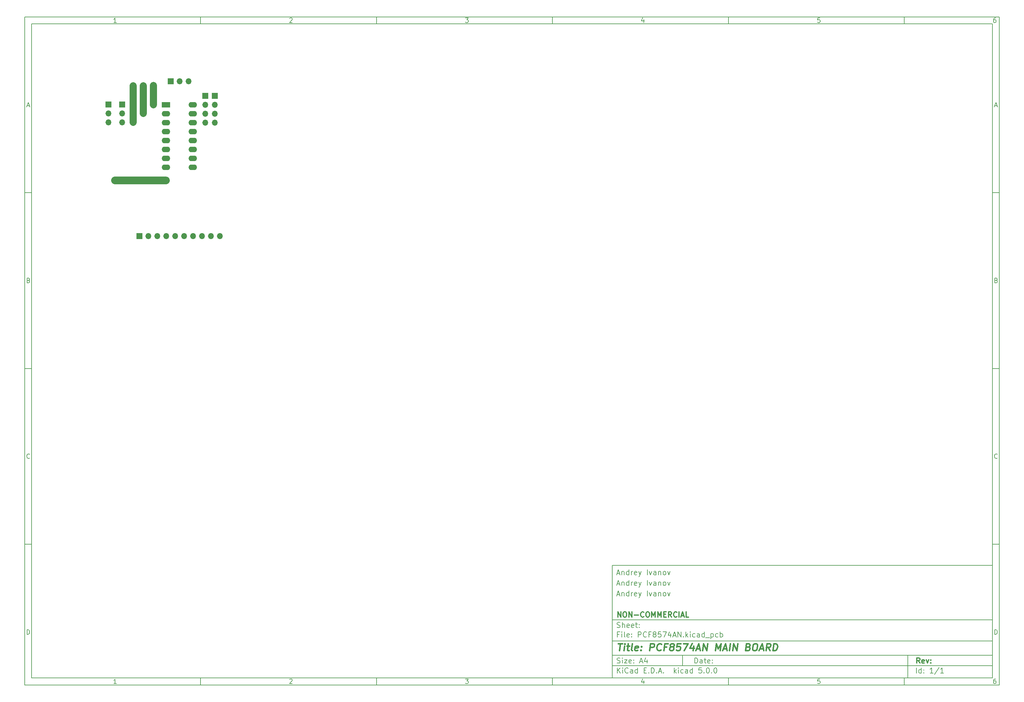
<source format=gbr>
G04 #@! TF.GenerationSoftware,KiCad,Pcbnew,5.0.0*
G04 #@! TF.CreationDate,2018-09-29T21:29:33+03:00*
G04 #@! TF.ProjectId,PCF8574AN,50434638353734414E2E6B696361645F,rev?*
G04 #@! TF.SameCoordinates,Original*
G04 #@! TF.FileFunction,Copper,L1,Top,Signal*
G04 #@! TF.FilePolarity,Positive*
%FSLAX46Y46*%
G04 Gerber Fmt 4.6, Leading zero omitted, Abs format (unit mm)*
G04 Created by KiCad (PCBNEW 5.0.0) date Sat Sep 29 21:29:33 2018*
%MOMM*%
%LPD*%
G01*
G04 APERTURE LIST*
%ADD10C,0.100000*%
%ADD11C,0.150000*%
%ADD12C,0.300000*%
%ADD13C,0.400000*%
G04 #@! TA.AperFunction,ComponentPad*
%ADD14O,1.700000X1.700000*%
G04 #@! TD*
G04 #@! TA.AperFunction,ComponentPad*
%ADD15R,1.700000X1.700000*%
G04 #@! TD*
G04 #@! TA.AperFunction,ComponentPad*
%ADD16R,2.400000X1.600000*%
G04 #@! TD*
G04 #@! TA.AperFunction,ComponentPad*
%ADD17O,2.400000X1.600000*%
G04 #@! TD*
G04 #@! TA.AperFunction,ViaPad*
%ADD18C,0.600000*%
G04 #@! TD*
G04 #@! TA.AperFunction,Conductor*
%ADD19C,2.200000*%
G04 #@! TD*
G04 #@! TA.AperFunction,Conductor*
%ADD20C,2.000000*%
G04 #@! TD*
G04 APERTURE END LIST*
D10*
D11*
X177002200Y-166007200D02*
X177002200Y-198007200D01*
X285002200Y-198007200D01*
X285002200Y-166007200D01*
X177002200Y-166007200D01*
D10*
D11*
X10000000Y-10000000D02*
X10000000Y-200007200D01*
X287002200Y-200007200D01*
X287002200Y-10000000D01*
X10000000Y-10000000D01*
D10*
D11*
X12000000Y-12000000D02*
X12000000Y-198007200D01*
X285002200Y-198007200D01*
X285002200Y-12000000D01*
X12000000Y-12000000D01*
D10*
D11*
X60000000Y-12000000D02*
X60000000Y-10000000D01*
D10*
D11*
X110000000Y-12000000D02*
X110000000Y-10000000D01*
D10*
D11*
X160000000Y-12000000D02*
X160000000Y-10000000D01*
D10*
D11*
X210000000Y-12000000D02*
X210000000Y-10000000D01*
D10*
D11*
X260000000Y-12000000D02*
X260000000Y-10000000D01*
D10*
D11*
X36065476Y-11588095D02*
X35322619Y-11588095D01*
X35694047Y-11588095D02*
X35694047Y-10288095D01*
X35570238Y-10473809D01*
X35446428Y-10597619D01*
X35322619Y-10659523D01*
D10*
D11*
X85322619Y-10411904D02*
X85384523Y-10350000D01*
X85508333Y-10288095D01*
X85817857Y-10288095D01*
X85941666Y-10350000D01*
X86003571Y-10411904D01*
X86065476Y-10535714D01*
X86065476Y-10659523D01*
X86003571Y-10845238D01*
X85260714Y-11588095D01*
X86065476Y-11588095D01*
D10*
D11*
X135260714Y-10288095D02*
X136065476Y-10288095D01*
X135632142Y-10783333D01*
X135817857Y-10783333D01*
X135941666Y-10845238D01*
X136003571Y-10907142D01*
X136065476Y-11030952D01*
X136065476Y-11340476D01*
X136003571Y-11464285D01*
X135941666Y-11526190D01*
X135817857Y-11588095D01*
X135446428Y-11588095D01*
X135322619Y-11526190D01*
X135260714Y-11464285D01*
D10*
D11*
X185941666Y-10721428D02*
X185941666Y-11588095D01*
X185632142Y-10226190D02*
X185322619Y-11154761D01*
X186127380Y-11154761D01*
D10*
D11*
X236003571Y-10288095D02*
X235384523Y-10288095D01*
X235322619Y-10907142D01*
X235384523Y-10845238D01*
X235508333Y-10783333D01*
X235817857Y-10783333D01*
X235941666Y-10845238D01*
X236003571Y-10907142D01*
X236065476Y-11030952D01*
X236065476Y-11340476D01*
X236003571Y-11464285D01*
X235941666Y-11526190D01*
X235817857Y-11588095D01*
X235508333Y-11588095D01*
X235384523Y-11526190D01*
X235322619Y-11464285D01*
D10*
D11*
X285941666Y-10288095D02*
X285694047Y-10288095D01*
X285570238Y-10350000D01*
X285508333Y-10411904D01*
X285384523Y-10597619D01*
X285322619Y-10845238D01*
X285322619Y-11340476D01*
X285384523Y-11464285D01*
X285446428Y-11526190D01*
X285570238Y-11588095D01*
X285817857Y-11588095D01*
X285941666Y-11526190D01*
X286003571Y-11464285D01*
X286065476Y-11340476D01*
X286065476Y-11030952D01*
X286003571Y-10907142D01*
X285941666Y-10845238D01*
X285817857Y-10783333D01*
X285570238Y-10783333D01*
X285446428Y-10845238D01*
X285384523Y-10907142D01*
X285322619Y-11030952D01*
D10*
D11*
X60000000Y-198007200D02*
X60000000Y-200007200D01*
D10*
D11*
X110000000Y-198007200D02*
X110000000Y-200007200D01*
D10*
D11*
X160000000Y-198007200D02*
X160000000Y-200007200D01*
D10*
D11*
X210000000Y-198007200D02*
X210000000Y-200007200D01*
D10*
D11*
X260000000Y-198007200D02*
X260000000Y-200007200D01*
D10*
D11*
X36065476Y-199595295D02*
X35322619Y-199595295D01*
X35694047Y-199595295D02*
X35694047Y-198295295D01*
X35570238Y-198481009D01*
X35446428Y-198604819D01*
X35322619Y-198666723D01*
D10*
D11*
X85322619Y-198419104D02*
X85384523Y-198357200D01*
X85508333Y-198295295D01*
X85817857Y-198295295D01*
X85941666Y-198357200D01*
X86003571Y-198419104D01*
X86065476Y-198542914D01*
X86065476Y-198666723D01*
X86003571Y-198852438D01*
X85260714Y-199595295D01*
X86065476Y-199595295D01*
D10*
D11*
X135260714Y-198295295D02*
X136065476Y-198295295D01*
X135632142Y-198790533D01*
X135817857Y-198790533D01*
X135941666Y-198852438D01*
X136003571Y-198914342D01*
X136065476Y-199038152D01*
X136065476Y-199347676D01*
X136003571Y-199471485D01*
X135941666Y-199533390D01*
X135817857Y-199595295D01*
X135446428Y-199595295D01*
X135322619Y-199533390D01*
X135260714Y-199471485D01*
D10*
D11*
X185941666Y-198728628D02*
X185941666Y-199595295D01*
X185632142Y-198233390D02*
X185322619Y-199161961D01*
X186127380Y-199161961D01*
D10*
D11*
X236003571Y-198295295D02*
X235384523Y-198295295D01*
X235322619Y-198914342D01*
X235384523Y-198852438D01*
X235508333Y-198790533D01*
X235817857Y-198790533D01*
X235941666Y-198852438D01*
X236003571Y-198914342D01*
X236065476Y-199038152D01*
X236065476Y-199347676D01*
X236003571Y-199471485D01*
X235941666Y-199533390D01*
X235817857Y-199595295D01*
X235508333Y-199595295D01*
X235384523Y-199533390D01*
X235322619Y-199471485D01*
D10*
D11*
X285941666Y-198295295D02*
X285694047Y-198295295D01*
X285570238Y-198357200D01*
X285508333Y-198419104D01*
X285384523Y-198604819D01*
X285322619Y-198852438D01*
X285322619Y-199347676D01*
X285384523Y-199471485D01*
X285446428Y-199533390D01*
X285570238Y-199595295D01*
X285817857Y-199595295D01*
X285941666Y-199533390D01*
X286003571Y-199471485D01*
X286065476Y-199347676D01*
X286065476Y-199038152D01*
X286003571Y-198914342D01*
X285941666Y-198852438D01*
X285817857Y-198790533D01*
X285570238Y-198790533D01*
X285446428Y-198852438D01*
X285384523Y-198914342D01*
X285322619Y-199038152D01*
D10*
D11*
X10000000Y-60000000D02*
X12000000Y-60000000D01*
D10*
D11*
X10000000Y-110000000D02*
X12000000Y-110000000D01*
D10*
D11*
X10000000Y-160000000D02*
X12000000Y-160000000D01*
D10*
D11*
X10690476Y-35216666D02*
X11309523Y-35216666D01*
X10566666Y-35588095D02*
X11000000Y-34288095D01*
X11433333Y-35588095D01*
D10*
D11*
X11092857Y-84907142D02*
X11278571Y-84969047D01*
X11340476Y-85030952D01*
X11402380Y-85154761D01*
X11402380Y-85340476D01*
X11340476Y-85464285D01*
X11278571Y-85526190D01*
X11154761Y-85588095D01*
X10659523Y-85588095D01*
X10659523Y-84288095D01*
X11092857Y-84288095D01*
X11216666Y-84350000D01*
X11278571Y-84411904D01*
X11340476Y-84535714D01*
X11340476Y-84659523D01*
X11278571Y-84783333D01*
X11216666Y-84845238D01*
X11092857Y-84907142D01*
X10659523Y-84907142D01*
D10*
D11*
X11402380Y-135464285D02*
X11340476Y-135526190D01*
X11154761Y-135588095D01*
X11030952Y-135588095D01*
X10845238Y-135526190D01*
X10721428Y-135402380D01*
X10659523Y-135278571D01*
X10597619Y-135030952D01*
X10597619Y-134845238D01*
X10659523Y-134597619D01*
X10721428Y-134473809D01*
X10845238Y-134350000D01*
X11030952Y-134288095D01*
X11154761Y-134288095D01*
X11340476Y-134350000D01*
X11402380Y-134411904D01*
D10*
D11*
X10659523Y-185588095D02*
X10659523Y-184288095D01*
X10969047Y-184288095D01*
X11154761Y-184350000D01*
X11278571Y-184473809D01*
X11340476Y-184597619D01*
X11402380Y-184845238D01*
X11402380Y-185030952D01*
X11340476Y-185278571D01*
X11278571Y-185402380D01*
X11154761Y-185526190D01*
X10969047Y-185588095D01*
X10659523Y-185588095D01*
D10*
D11*
X287002200Y-60000000D02*
X285002200Y-60000000D01*
D10*
D11*
X287002200Y-110000000D02*
X285002200Y-110000000D01*
D10*
D11*
X287002200Y-160000000D02*
X285002200Y-160000000D01*
D10*
D11*
X285692676Y-35216666D02*
X286311723Y-35216666D01*
X285568866Y-35588095D02*
X286002200Y-34288095D01*
X286435533Y-35588095D01*
D10*
D11*
X286095057Y-84907142D02*
X286280771Y-84969047D01*
X286342676Y-85030952D01*
X286404580Y-85154761D01*
X286404580Y-85340476D01*
X286342676Y-85464285D01*
X286280771Y-85526190D01*
X286156961Y-85588095D01*
X285661723Y-85588095D01*
X285661723Y-84288095D01*
X286095057Y-84288095D01*
X286218866Y-84350000D01*
X286280771Y-84411904D01*
X286342676Y-84535714D01*
X286342676Y-84659523D01*
X286280771Y-84783333D01*
X286218866Y-84845238D01*
X286095057Y-84907142D01*
X285661723Y-84907142D01*
D10*
D11*
X286404580Y-135464285D02*
X286342676Y-135526190D01*
X286156961Y-135588095D01*
X286033152Y-135588095D01*
X285847438Y-135526190D01*
X285723628Y-135402380D01*
X285661723Y-135278571D01*
X285599819Y-135030952D01*
X285599819Y-134845238D01*
X285661723Y-134597619D01*
X285723628Y-134473809D01*
X285847438Y-134350000D01*
X286033152Y-134288095D01*
X286156961Y-134288095D01*
X286342676Y-134350000D01*
X286404580Y-134411904D01*
D10*
D11*
X285661723Y-185588095D02*
X285661723Y-184288095D01*
X285971247Y-184288095D01*
X286156961Y-184350000D01*
X286280771Y-184473809D01*
X286342676Y-184597619D01*
X286404580Y-184845238D01*
X286404580Y-185030952D01*
X286342676Y-185278571D01*
X286280771Y-185402380D01*
X286156961Y-185526190D01*
X285971247Y-185588095D01*
X285661723Y-185588095D01*
D10*
D11*
X200434342Y-193785771D02*
X200434342Y-192285771D01*
X200791485Y-192285771D01*
X201005771Y-192357200D01*
X201148628Y-192500057D01*
X201220057Y-192642914D01*
X201291485Y-192928628D01*
X201291485Y-193142914D01*
X201220057Y-193428628D01*
X201148628Y-193571485D01*
X201005771Y-193714342D01*
X200791485Y-193785771D01*
X200434342Y-193785771D01*
X202577200Y-193785771D02*
X202577200Y-193000057D01*
X202505771Y-192857200D01*
X202362914Y-192785771D01*
X202077200Y-192785771D01*
X201934342Y-192857200D01*
X202577200Y-193714342D02*
X202434342Y-193785771D01*
X202077200Y-193785771D01*
X201934342Y-193714342D01*
X201862914Y-193571485D01*
X201862914Y-193428628D01*
X201934342Y-193285771D01*
X202077200Y-193214342D01*
X202434342Y-193214342D01*
X202577200Y-193142914D01*
X203077200Y-192785771D02*
X203648628Y-192785771D01*
X203291485Y-192285771D02*
X203291485Y-193571485D01*
X203362914Y-193714342D01*
X203505771Y-193785771D01*
X203648628Y-193785771D01*
X204720057Y-193714342D02*
X204577200Y-193785771D01*
X204291485Y-193785771D01*
X204148628Y-193714342D01*
X204077200Y-193571485D01*
X204077200Y-193000057D01*
X204148628Y-192857200D01*
X204291485Y-192785771D01*
X204577200Y-192785771D01*
X204720057Y-192857200D01*
X204791485Y-193000057D01*
X204791485Y-193142914D01*
X204077200Y-193285771D01*
X205434342Y-193642914D02*
X205505771Y-193714342D01*
X205434342Y-193785771D01*
X205362914Y-193714342D01*
X205434342Y-193642914D01*
X205434342Y-193785771D01*
X205434342Y-192857200D02*
X205505771Y-192928628D01*
X205434342Y-193000057D01*
X205362914Y-192928628D01*
X205434342Y-192857200D01*
X205434342Y-193000057D01*
D10*
D11*
X177002200Y-194507200D02*
X285002200Y-194507200D01*
D10*
D11*
X178434342Y-196585771D02*
X178434342Y-195085771D01*
X179291485Y-196585771D02*
X178648628Y-195728628D01*
X179291485Y-195085771D02*
X178434342Y-195942914D01*
X179934342Y-196585771D02*
X179934342Y-195585771D01*
X179934342Y-195085771D02*
X179862914Y-195157200D01*
X179934342Y-195228628D01*
X180005771Y-195157200D01*
X179934342Y-195085771D01*
X179934342Y-195228628D01*
X181505771Y-196442914D02*
X181434342Y-196514342D01*
X181220057Y-196585771D01*
X181077200Y-196585771D01*
X180862914Y-196514342D01*
X180720057Y-196371485D01*
X180648628Y-196228628D01*
X180577200Y-195942914D01*
X180577200Y-195728628D01*
X180648628Y-195442914D01*
X180720057Y-195300057D01*
X180862914Y-195157200D01*
X181077200Y-195085771D01*
X181220057Y-195085771D01*
X181434342Y-195157200D01*
X181505771Y-195228628D01*
X182791485Y-196585771D02*
X182791485Y-195800057D01*
X182720057Y-195657200D01*
X182577200Y-195585771D01*
X182291485Y-195585771D01*
X182148628Y-195657200D01*
X182791485Y-196514342D02*
X182648628Y-196585771D01*
X182291485Y-196585771D01*
X182148628Y-196514342D01*
X182077200Y-196371485D01*
X182077200Y-196228628D01*
X182148628Y-196085771D01*
X182291485Y-196014342D01*
X182648628Y-196014342D01*
X182791485Y-195942914D01*
X184148628Y-196585771D02*
X184148628Y-195085771D01*
X184148628Y-196514342D02*
X184005771Y-196585771D01*
X183720057Y-196585771D01*
X183577200Y-196514342D01*
X183505771Y-196442914D01*
X183434342Y-196300057D01*
X183434342Y-195871485D01*
X183505771Y-195728628D01*
X183577200Y-195657200D01*
X183720057Y-195585771D01*
X184005771Y-195585771D01*
X184148628Y-195657200D01*
X186005771Y-195800057D02*
X186505771Y-195800057D01*
X186720057Y-196585771D02*
X186005771Y-196585771D01*
X186005771Y-195085771D01*
X186720057Y-195085771D01*
X187362914Y-196442914D02*
X187434342Y-196514342D01*
X187362914Y-196585771D01*
X187291485Y-196514342D01*
X187362914Y-196442914D01*
X187362914Y-196585771D01*
X188077200Y-196585771D02*
X188077200Y-195085771D01*
X188434342Y-195085771D01*
X188648628Y-195157200D01*
X188791485Y-195300057D01*
X188862914Y-195442914D01*
X188934342Y-195728628D01*
X188934342Y-195942914D01*
X188862914Y-196228628D01*
X188791485Y-196371485D01*
X188648628Y-196514342D01*
X188434342Y-196585771D01*
X188077200Y-196585771D01*
X189577200Y-196442914D02*
X189648628Y-196514342D01*
X189577200Y-196585771D01*
X189505771Y-196514342D01*
X189577200Y-196442914D01*
X189577200Y-196585771D01*
X190220057Y-196157200D02*
X190934342Y-196157200D01*
X190077200Y-196585771D02*
X190577200Y-195085771D01*
X191077200Y-196585771D01*
X191577200Y-196442914D02*
X191648628Y-196514342D01*
X191577200Y-196585771D01*
X191505771Y-196514342D01*
X191577200Y-196442914D01*
X191577200Y-196585771D01*
X194577200Y-196585771D02*
X194577200Y-195085771D01*
X194720057Y-196014342D02*
X195148628Y-196585771D01*
X195148628Y-195585771D02*
X194577200Y-196157200D01*
X195791485Y-196585771D02*
X195791485Y-195585771D01*
X195791485Y-195085771D02*
X195720057Y-195157200D01*
X195791485Y-195228628D01*
X195862914Y-195157200D01*
X195791485Y-195085771D01*
X195791485Y-195228628D01*
X197148628Y-196514342D02*
X197005771Y-196585771D01*
X196720057Y-196585771D01*
X196577200Y-196514342D01*
X196505771Y-196442914D01*
X196434342Y-196300057D01*
X196434342Y-195871485D01*
X196505771Y-195728628D01*
X196577200Y-195657200D01*
X196720057Y-195585771D01*
X197005771Y-195585771D01*
X197148628Y-195657200D01*
X198434342Y-196585771D02*
X198434342Y-195800057D01*
X198362914Y-195657200D01*
X198220057Y-195585771D01*
X197934342Y-195585771D01*
X197791485Y-195657200D01*
X198434342Y-196514342D02*
X198291485Y-196585771D01*
X197934342Y-196585771D01*
X197791485Y-196514342D01*
X197720057Y-196371485D01*
X197720057Y-196228628D01*
X197791485Y-196085771D01*
X197934342Y-196014342D01*
X198291485Y-196014342D01*
X198434342Y-195942914D01*
X199791485Y-196585771D02*
X199791485Y-195085771D01*
X199791485Y-196514342D02*
X199648628Y-196585771D01*
X199362914Y-196585771D01*
X199220057Y-196514342D01*
X199148628Y-196442914D01*
X199077200Y-196300057D01*
X199077200Y-195871485D01*
X199148628Y-195728628D01*
X199220057Y-195657200D01*
X199362914Y-195585771D01*
X199648628Y-195585771D01*
X199791485Y-195657200D01*
X202362914Y-195085771D02*
X201648628Y-195085771D01*
X201577200Y-195800057D01*
X201648628Y-195728628D01*
X201791485Y-195657200D01*
X202148628Y-195657200D01*
X202291485Y-195728628D01*
X202362914Y-195800057D01*
X202434342Y-195942914D01*
X202434342Y-196300057D01*
X202362914Y-196442914D01*
X202291485Y-196514342D01*
X202148628Y-196585771D01*
X201791485Y-196585771D01*
X201648628Y-196514342D01*
X201577200Y-196442914D01*
X203077200Y-196442914D02*
X203148628Y-196514342D01*
X203077200Y-196585771D01*
X203005771Y-196514342D01*
X203077200Y-196442914D01*
X203077200Y-196585771D01*
X204077200Y-195085771D02*
X204220057Y-195085771D01*
X204362914Y-195157200D01*
X204434342Y-195228628D01*
X204505771Y-195371485D01*
X204577200Y-195657200D01*
X204577200Y-196014342D01*
X204505771Y-196300057D01*
X204434342Y-196442914D01*
X204362914Y-196514342D01*
X204220057Y-196585771D01*
X204077200Y-196585771D01*
X203934342Y-196514342D01*
X203862914Y-196442914D01*
X203791485Y-196300057D01*
X203720057Y-196014342D01*
X203720057Y-195657200D01*
X203791485Y-195371485D01*
X203862914Y-195228628D01*
X203934342Y-195157200D01*
X204077200Y-195085771D01*
X205220057Y-196442914D02*
X205291485Y-196514342D01*
X205220057Y-196585771D01*
X205148628Y-196514342D01*
X205220057Y-196442914D01*
X205220057Y-196585771D01*
X206220057Y-195085771D02*
X206362914Y-195085771D01*
X206505771Y-195157200D01*
X206577200Y-195228628D01*
X206648628Y-195371485D01*
X206720057Y-195657200D01*
X206720057Y-196014342D01*
X206648628Y-196300057D01*
X206577200Y-196442914D01*
X206505771Y-196514342D01*
X206362914Y-196585771D01*
X206220057Y-196585771D01*
X206077200Y-196514342D01*
X206005771Y-196442914D01*
X205934342Y-196300057D01*
X205862914Y-196014342D01*
X205862914Y-195657200D01*
X205934342Y-195371485D01*
X206005771Y-195228628D01*
X206077200Y-195157200D01*
X206220057Y-195085771D01*
D10*
D11*
X177002200Y-191507200D02*
X285002200Y-191507200D01*
D10*
D12*
X264411485Y-193785771D02*
X263911485Y-193071485D01*
X263554342Y-193785771D02*
X263554342Y-192285771D01*
X264125771Y-192285771D01*
X264268628Y-192357200D01*
X264340057Y-192428628D01*
X264411485Y-192571485D01*
X264411485Y-192785771D01*
X264340057Y-192928628D01*
X264268628Y-193000057D01*
X264125771Y-193071485D01*
X263554342Y-193071485D01*
X265625771Y-193714342D02*
X265482914Y-193785771D01*
X265197200Y-193785771D01*
X265054342Y-193714342D01*
X264982914Y-193571485D01*
X264982914Y-193000057D01*
X265054342Y-192857200D01*
X265197200Y-192785771D01*
X265482914Y-192785771D01*
X265625771Y-192857200D01*
X265697200Y-193000057D01*
X265697200Y-193142914D01*
X264982914Y-193285771D01*
X266197200Y-192785771D02*
X266554342Y-193785771D01*
X266911485Y-192785771D01*
X267482914Y-193642914D02*
X267554342Y-193714342D01*
X267482914Y-193785771D01*
X267411485Y-193714342D01*
X267482914Y-193642914D01*
X267482914Y-193785771D01*
X267482914Y-192857200D02*
X267554342Y-192928628D01*
X267482914Y-193000057D01*
X267411485Y-192928628D01*
X267482914Y-192857200D01*
X267482914Y-193000057D01*
D10*
D11*
X178362914Y-193714342D02*
X178577200Y-193785771D01*
X178934342Y-193785771D01*
X179077200Y-193714342D01*
X179148628Y-193642914D01*
X179220057Y-193500057D01*
X179220057Y-193357200D01*
X179148628Y-193214342D01*
X179077200Y-193142914D01*
X178934342Y-193071485D01*
X178648628Y-193000057D01*
X178505771Y-192928628D01*
X178434342Y-192857200D01*
X178362914Y-192714342D01*
X178362914Y-192571485D01*
X178434342Y-192428628D01*
X178505771Y-192357200D01*
X178648628Y-192285771D01*
X179005771Y-192285771D01*
X179220057Y-192357200D01*
X179862914Y-193785771D02*
X179862914Y-192785771D01*
X179862914Y-192285771D02*
X179791485Y-192357200D01*
X179862914Y-192428628D01*
X179934342Y-192357200D01*
X179862914Y-192285771D01*
X179862914Y-192428628D01*
X180434342Y-192785771D02*
X181220057Y-192785771D01*
X180434342Y-193785771D01*
X181220057Y-193785771D01*
X182362914Y-193714342D02*
X182220057Y-193785771D01*
X181934342Y-193785771D01*
X181791485Y-193714342D01*
X181720057Y-193571485D01*
X181720057Y-193000057D01*
X181791485Y-192857200D01*
X181934342Y-192785771D01*
X182220057Y-192785771D01*
X182362914Y-192857200D01*
X182434342Y-193000057D01*
X182434342Y-193142914D01*
X181720057Y-193285771D01*
X183077200Y-193642914D02*
X183148628Y-193714342D01*
X183077200Y-193785771D01*
X183005771Y-193714342D01*
X183077200Y-193642914D01*
X183077200Y-193785771D01*
X183077200Y-192857200D02*
X183148628Y-192928628D01*
X183077200Y-193000057D01*
X183005771Y-192928628D01*
X183077200Y-192857200D01*
X183077200Y-193000057D01*
X184862914Y-193357200D02*
X185577200Y-193357200D01*
X184720057Y-193785771D02*
X185220057Y-192285771D01*
X185720057Y-193785771D01*
X186862914Y-192785771D02*
X186862914Y-193785771D01*
X186505771Y-192214342D02*
X186148628Y-193285771D01*
X187077200Y-193285771D01*
D10*
D11*
X263434342Y-196585771D02*
X263434342Y-195085771D01*
X264791485Y-196585771D02*
X264791485Y-195085771D01*
X264791485Y-196514342D02*
X264648628Y-196585771D01*
X264362914Y-196585771D01*
X264220057Y-196514342D01*
X264148628Y-196442914D01*
X264077200Y-196300057D01*
X264077200Y-195871485D01*
X264148628Y-195728628D01*
X264220057Y-195657200D01*
X264362914Y-195585771D01*
X264648628Y-195585771D01*
X264791485Y-195657200D01*
X265505771Y-196442914D02*
X265577200Y-196514342D01*
X265505771Y-196585771D01*
X265434342Y-196514342D01*
X265505771Y-196442914D01*
X265505771Y-196585771D01*
X265505771Y-195657200D02*
X265577200Y-195728628D01*
X265505771Y-195800057D01*
X265434342Y-195728628D01*
X265505771Y-195657200D01*
X265505771Y-195800057D01*
X268148628Y-196585771D02*
X267291485Y-196585771D01*
X267720057Y-196585771D02*
X267720057Y-195085771D01*
X267577200Y-195300057D01*
X267434342Y-195442914D01*
X267291485Y-195514342D01*
X269862914Y-195014342D02*
X268577200Y-196942914D01*
X271148628Y-196585771D02*
X270291485Y-196585771D01*
X270720057Y-196585771D02*
X270720057Y-195085771D01*
X270577200Y-195300057D01*
X270434342Y-195442914D01*
X270291485Y-195514342D01*
D10*
D11*
X177002200Y-187507200D02*
X285002200Y-187507200D01*
D10*
D13*
X178714580Y-188211961D02*
X179857438Y-188211961D01*
X179036009Y-190211961D02*
X179286009Y-188211961D01*
X180274104Y-190211961D02*
X180440771Y-188878628D01*
X180524104Y-188211961D02*
X180416961Y-188307200D01*
X180500295Y-188402438D01*
X180607438Y-188307200D01*
X180524104Y-188211961D01*
X180500295Y-188402438D01*
X181107438Y-188878628D02*
X181869342Y-188878628D01*
X181476485Y-188211961D02*
X181262200Y-189926247D01*
X181333628Y-190116723D01*
X181512200Y-190211961D01*
X181702676Y-190211961D01*
X182655057Y-190211961D02*
X182476485Y-190116723D01*
X182405057Y-189926247D01*
X182619342Y-188211961D01*
X184190771Y-190116723D02*
X183988390Y-190211961D01*
X183607438Y-190211961D01*
X183428866Y-190116723D01*
X183357438Y-189926247D01*
X183452676Y-189164342D01*
X183571723Y-188973866D01*
X183774104Y-188878628D01*
X184155057Y-188878628D01*
X184333628Y-188973866D01*
X184405057Y-189164342D01*
X184381247Y-189354819D01*
X183405057Y-189545295D01*
X185155057Y-190021485D02*
X185238390Y-190116723D01*
X185131247Y-190211961D01*
X185047914Y-190116723D01*
X185155057Y-190021485D01*
X185131247Y-190211961D01*
X185286009Y-188973866D02*
X185369342Y-189069104D01*
X185262200Y-189164342D01*
X185178866Y-189069104D01*
X185286009Y-188973866D01*
X185262200Y-189164342D01*
X187607438Y-190211961D02*
X187857438Y-188211961D01*
X188619342Y-188211961D01*
X188797914Y-188307200D01*
X188881247Y-188402438D01*
X188952676Y-188592914D01*
X188916961Y-188878628D01*
X188797914Y-189069104D01*
X188690771Y-189164342D01*
X188488390Y-189259580D01*
X187726485Y-189259580D01*
X190774104Y-190021485D02*
X190666961Y-190116723D01*
X190369342Y-190211961D01*
X190178866Y-190211961D01*
X189905057Y-190116723D01*
X189738390Y-189926247D01*
X189666961Y-189735771D01*
X189619342Y-189354819D01*
X189655057Y-189069104D01*
X189797914Y-188688152D01*
X189916961Y-188497676D01*
X190131247Y-188307200D01*
X190428866Y-188211961D01*
X190619342Y-188211961D01*
X190893152Y-188307200D01*
X190976485Y-188402438D01*
X192405057Y-189164342D02*
X191738390Y-189164342D01*
X191607438Y-190211961D02*
X191857438Y-188211961D01*
X192809819Y-188211961D01*
X193750295Y-189069104D02*
X193571723Y-188973866D01*
X193488390Y-188878628D01*
X193416961Y-188688152D01*
X193428866Y-188592914D01*
X193547914Y-188402438D01*
X193655057Y-188307200D01*
X193857438Y-188211961D01*
X194238390Y-188211961D01*
X194416961Y-188307200D01*
X194500295Y-188402438D01*
X194571723Y-188592914D01*
X194559819Y-188688152D01*
X194440771Y-188878628D01*
X194333628Y-188973866D01*
X194131247Y-189069104D01*
X193750295Y-189069104D01*
X193547914Y-189164342D01*
X193440771Y-189259580D01*
X193321723Y-189450057D01*
X193274104Y-189831009D01*
X193345533Y-190021485D01*
X193428866Y-190116723D01*
X193607438Y-190211961D01*
X193988390Y-190211961D01*
X194190771Y-190116723D01*
X194297914Y-190021485D01*
X194416961Y-189831009D01*
X194464580Y-189450057D01*
X194393152Y-189259580D01*
X194309819Y-189164342D01*
X194131247Y-189069104D01*
X196428866Y-188211961D02*
X195476485Y-188211961D01*
X195262200Y-189164342D01*
X195369342Y-189069104D01*
X195571723Y-188973866D01*
X196047914Y-188973866D01*
X196226485Y-189069104D01*
X196309819Y-189164342D01*
X196381247Y-189354819D01*
X196321723Y-189831009D01*
X196202676Y-190021485D01*
X196095533Y-190116723D01*
X195893152Y-190211961D01*
X195416961Y-190211961D01*
X195238390Y-190116723D01*
X195155057Y-190021485D01*
X197190771Y-188211961D02*
X198524104Y-188211961D01*
X197416961Y-190211961D01*
X200059819Y-188878628D02*
X199893152Y-190211961D01*
X199678866Y-188116723D02*
X199024104Y-189545295D01*
X200262200Y-189545295D01*
X200916961Y-189640533D02*
X201869342Y-189640533D01*
X200655057Y-190211961D02*
X201571723Y-188211961D01*
X201988390Y-190211961D01*
X202655057Y-190211961D02*
X202905057Y-188211961D01*
X203797914Y-190211961D01*
X204047914Y-188211961D01*
X206274104Y-190211961D02*
X206524104Y-188211961D01*
X207012200Y-189640533D01*
X207857438Y-188211961D01*
X207607438Y-190211961D01*
X208536009Y-189640533D02*
X209488390Y-189640533D01*
X208274104Y-190211961D02*
X209190771Y-188211961D01*
X209607438Y-190211961D01*
X210274104Y-190211961D02*
X210524104Y-188211961D01*
X211226485Y-190211961D02*
X211476485Y-188211961D01*
X212369342Y-190211961D01*
X212619342Y-188211961D01*
X215643152Y-189164342D02*
X215916961Y-189259580D01*
X216000295Y-189354819D01*
X216071723Y-189545295D01*
X216036009Y-189831009D01*
X215916961Y-190021485D01*
X215809819Y-190116723D01*
X215607438Y-190211961D01*
X214845533Y-190211961D01*
X215095533Y-188211961D01*
X215762200Y-188211961D01*
X215940771Y-188307200D01*
X216024104Y-188402438D01*
X216095533Y-188592914D01*
X216071723Y-188783390D01*
X215952676Y-188973866D01*
X215845533Y-189069104D01*
X215643152Y-189164342D01*
X214976485Y-189164342D01*
X217476485Y-188211961D02*
X217857438Y-188211961D01*
X218036009Y-188307200D01*
X218202676Y-188497676D01*
X218250295Y-188878628D01*
X218166961Y-189545295D01*
X218024104Y-189926247D01*
X217809819Y-190116723D01*
X217607438Y-190211961D01*
X217226485Y-190211961D01*
X217047914Y-190116723D01*
X216881247Y-189926247D01*
X216833628Y-189545295D01*
X216916961Y-188878628D01*
X217059819Y-188497676D01*
X217274104Y-188307200D01*
X217476485Y-188211961D01*
X218916961Y-189640533D02*
X219869342Y-189640533D01*
X218655057Y-190211961D02*
X219571723Y-188211961D01*
X219988390Y-190211961D01*
X221797914Y-190211961D02*
X221250295Y-189259580D01*
X220655057Y-190211961D02*
X220905057Y-188211961D01*
X221666961Y-188211961D01*
X221845533Y-188307200D01*
X221928866Y-188402438D01*
X222000295Y-188592914D01*
X221964580Y-188878628D01*
X221845533Y-189069104D01*
X221738390Y-189164342D01*
X221536009Y-189259580D01*
X220774104Y-189259580D01*
X222655057Y-190211961D02*
X222905057Y-188211961D01*
X223381247Y-188211961D01*
X223655057Y-188307200D01*
X223821723Y-188497676D01*
X223893152Y-188688152D01*
X223940771Y-189069104D01*
X223905057Y-189354819D01*
X223762200Y-189735771D01*
X223643152Y-189926247D01*
X223428866Y-190116723D01*
X223131247Y-190211961D01*
X222655057Y-190211961D01*
D10*
D11*
X178934342Y-185600057D02*
X178434342Y-185600057D01*
X178434342Y-186385771D02*
X178434342Y-184885771D01*
X179148628Y-184885771D01*
X179720057Y-186385771D02*
X179720057Y-185385771D01*
X179720057Y-184885771D02*
X179648628Y-184957200D01*
X179720057Y-185028628D01*
X179791485Y-184957200D01*
X179720057Y-184885771D01*
X179720057Y-185028628D01*
X180648628Y-186385771D02*
X180505771Y-186314342D01*
X180434342Y-186171485D01*
X180434342Y-184885771D01*
X181791485Y-186314342D02*
X181648628Y-186385771D01*
X181362914Y-186385771D01*
X181220057Y-186314342D01*
X181148628Y-186171485D01*
X181148628Y-185600057D01*
X181220057Y-185457200D01*
X181362914Y-185385771D01*
X181648628Y-185385771D01*
X181791485Y-185457200D01*
X181862914Y-185600057D01*
X181862914Y-185742914D01*
X181148628Y-185885771D01*
X182505771Y-186242914D02*
X182577200Y-186314342D01*
X182505771Y-186385771D01*
X182434342Y-186314342D01*
X182505771Y-186242914D01*
X182505771Y-186385771D01*
X182505771Y-185457200D02*
X182577200Y-185528628D01*
X182505771Y-185600057D01*
X182434342Y-185528628D01*
X182505771Y-185457200D01*
X182505771Y-185600057D01*
X184362914Y-186385771D02*
X184362914Y-184885771D01*
X184934342Y-184885771D01*
X185077200Y-184957200D01*
X185148628Y-185028628D01*
X185220057Y-185171485D01*
X185220057Y-185385771D01*
X185148628Y-185528628D01*
X185077200Y-185600057D01*
X184934342Y-185671485D01*
X184362914Y-185671485D01*
X186720057Y-186242914D02*
X186648628Y-186314342D01*
X186434342Y-186385771D01*
X186291485Y-186385771D01*
X186077200Y-186314342D01*
X185934342Y-186171485D01*
X185862914Y-186028628D01*
X185791485Y-185742914D01*
X185791485Y-185528628D01*
X185862914Y-185242914D01*
X185934342Y-185100057D01*
X186077200Y-184957200D01*
X186291485Y-184885771D01*
X186434342Y-184885771D01*
X186648628Y-184957200D01*
X186720057Y-185028628D01*
X187862914Y-185600057D02*
X187362914Y-185600057D01*
X187362914Y-186385771D02*
X187362914Y-184885771D01*
X188077200Y-184885771D01*
X188862914Y-185528628D02*
X188720057Y-185457200D01*
X188648628Y-185385771D01*
X188577200Y-185242914D01*
X188577200Y-185171485D01*
X188648628Y-185028628D01*
X188720057Y-184957200D01*
X188862914Y-184885771D01*
X189148628Y-184885771D01*
X189291485Y-184957200D01*
X189362914Y-185028628D01*
X189434342Y-185171485D01*
X189434342Y-185242914D01*
X189362914Y-185385771D01*
X189291485Y-185457200D01*
X189148628Y-185528628D01*
X188862914Y-185528628D01*
X188720057Y-185600057D01*
X188648628Y-185671485D01*
X188577200Y-185814342D01*
X188577200Y-186100057D01*
X188648628Y-186242914D01*
X188720057Y-186314342D01*
X188862914Y-186385771D01*
X189148628Y-186385771D01*
X189291485Y-186314342D01*
X189362914Y-186242914D01*
X189434342Y-186100057D01*
X189434342Y-185814342D01*
X189362914Y-185671485D01*
X189291485Y-185600057D01*
X189148628Y-185528628D01*
X190791485Y-184885771D02*
X190077200Y-184885771D01*
X190005771Y-185600057D01*
X190077200Y-185528628D01*
X190220057Y-185457200D01*
X190577200Y-185457200D01*
X190720057Y-185528628D01*
X190791485Y-185600057D01*
X190862914Y-185742914D01*
X190862914Y-186100057D01*
X190791485Y-186242914D01*
X190720057Y-186314342D01*
X190577200Y-186385771D01*
X190220057Y-186385771D01*
X190077200Y-186314342D01*
X190005771Y-186242914D01*
X191362914Y-184885771D02*
X192362914Y-184885771D01*
X191720057Y-186385771D01*
X193577200Y-185385771D02*
X193577200Y-186385771D01*
X193220057Y-184814342D02*
X192862914Y-185885771D01*
X193791485Y-185885771D01*
X194291485Y-185957200D02*
X195005771Y-185957200D01*
X194148628Y-186385771D02*
X194648628Y-184885771D01*
X195148628Y-186385771D01*
X195648628Y-186385771D02*
X195648628Y-184885771D01*
X196505771Y-186385771D01*
X196505771Y-184885771D01*
X197220057Y-186242914D02*
X197291485Y-186314342D01*
X197220057Y-186385771D01*
X197148628Y-186314342D01*
X197220057Y-186242914D01*
X197220057Y-186385771D01*
X197934342Y-186385771D02*
X197934342Y-184885771D01*
X198077200Y-185814342D02*
X198505771Y-186385771D01*
X198505771Y-185385771D02*
X197934342Y-185957200D01*
X199148628Y-186385771D02*
X199148628Y-185385771D01*
X199148628Y-184885771D02*
X199077200Y-184957200D01*
X199148628Y-185028628D01*
X199220057Y-184957200D01*
X199148628Y-184885771D01*
X199148628Y-185028628D01*
X200505771Y-186314342D02*
X200362914Y-186385771D01*
X200077200Y-186385771D01*
X199934342Y-186314342D01*
X199862914Y-186242914D01*
X199791485Y-186100057D01*
X199791485Y-185671485D01*
X199862914Y-185528628D01*
X199934342Y-185457200D01*
X200077200Y-185385771D01*
X200362914Y-185385771D01*
X200505771Y-185457200D01*
X201791485Y-186385771D02*
X201791485Y-185600057D01*
X201720057Y-185457200D01*
X201577200Y-185385771D01*
X201291485Y-185385771D01*
X201148628Y-185457200D01*
X201791485Y-186314342D02*
X201648628Y-186385771D01*
X201291485Y-186385771D01*
X201148628Y-186314342D01*
X201077200Y-186171485D01*
X201077200Y-186028628D01*
X201148628Y-185885771D01*
X201291485Y-185814342D01*
X201648628Y-185814342D01*
X201791485Y-185742914D01*
X203148628Y-186385771D02*
X203148628Y-184885771D01*
X203148628Y-186314342D02*
X203005771Y-186385771D01*
X202720057Y-186385771D01*
X202577200Y-186314342D01*
X202505771Y-186242914D01*
X202434342Y-186100057D01*
X202434342Y-185671485D01*
X202505771Y-185528628D01*
X202577200Y-185457200D01*
X202720057Y-185385771D01*
X203005771Y-185385771D01*
X203148628Y-185457200D01*
X203505771Y-186528628D02*
X204648628Y-186528628D01*
X205005771Y-185385771D02*
X205005771Y-186885771D01*
X205005771Y-185457200D02*
X205148628Y-185385771D01*
X205434342Y-185385771D01*
X205577200Y-185457200D01*
X205648628Y-185528628D01*
X205720057Y-185671485D01*
X205720057Y-186100057D01*
X205648628Y-186242914D01*
X205577200Y-186314342D01*
X205434342Y-186385771D01*
X205148628Y-186385771D01*
X205005771Y-186314342D01*
X207005771Y-186314342D02*
X206862914Y-186385771D01*
X206577200Y-186385771D01*
X206434342Y-186314342D01*
X206362914Y-186242914D01*
X206291485Y-186100057D01*
X206291485Y-185671485D01*
X206362914Y-185528628D01*
X206434342Y-185457200D01*
X206577200Y-185385771D01*
X206862914Y-185385771D01*
X207005771Y-185457200D01*
X207648628Y-186385771D02*
X207648628Y-184885771D01*
X207648628Y-185457200D02*
X207791485Y-185385771D01*
X208077200Y-185385771D01*
X208220057Y-185457200D01*
X208291485Y-185528628D01*
X208362914Y-185671485D01*
X208362914Y-186100057D01*
X208291485Y-186242914D01*
X208220057Y-186314342D01*
X208077200Y-186385771D01*
X207791485Y-186385771D01*
X207648628Y-186314342D01*
D10*
D11*
X177002200Y-181507200D02*
X285002200Y-181507200D01*
D10*
D11*
X178362914Y-183614342D02*
X178577200Y-183685771D01*
X178934342Y-183685771D01*
X179077200Y-183614342D01*
X179148628Y-183542914D01*
X179220057Y-183400057D01*
X179220057Y-183257200D01*
X179148628Y-183114342D01*
X179077200Y-183042914D01*
X178934342Y-182971485D01*
X178648628Y-182900057D01*
X178505771Y-182828628D01*
X178434342Y-182757200D01*
X178362914Y-182614342D01*
X178362914Y-182471485D01*
X178434342Y-182328628D01*
X178505771Y-182257200D01*
X178648628Y-182185771D01*
X179005771Y-182185771D01*
X179220057Y-182257200D01*
X179862914Y-183685771D02*
X179862914Y-182185771D01*
X180505771Y-183685771D02*
X180505771Y-182900057D01*
X180434342Y-182757200D01*
X180291485Y-182685771D01*
X180077200Y-182685771D01*
X179934342Y-182757200D01*
X179862914Y-182828628D01*
X181791485Y-183614342D02*
X181648628Y-183685771D01*
X181362914Y-183685771D01*
X181220057Y-183614342D01*
X181148628Y-183471485D01*
X181148628Y-182900057D01*
X181220057Y-182757200D01*
X181362914Y-182685771D01*
X181648628Y-182685771D01*
X181791485Y-182757200D01*
X181862914Y-182900057D01*
X181862914Y-183042914D01*
X181148628Y-183185771D01*
X183077200Y-183614342D02*
X182934342Y-183685771D01*
X182648628Y-183685771D01*
X182505771Y-183614342D01*
X182434342Y-183471485D01*
X182434342Y-182900057D01*
X182505771Y-182757200D01*
X182648628Y-182685771D01*
X182934342Y-182685771D01*
X183077200Y-182757200D01*
X183148628Y-182900057D01*
X183148628Y-183042914D01*
X182434342Y-183185771D01*
X183577200Y-182685771D02*
X184148628Y-182685771D01*
X183791485Y-182185771D02*
X183791485Y-183471485D01*
X183862914Y-183614342D01*
X184005771Y-183685771D01*
X184148628Y-183685771D01*
X184648628Y-183542914D02*
X184720057Y-183614342D01*
X184648628Y-183685771D01*
X184577200Y-183614342D01*
X184648628Y-183542914D01*
X184648628Y-183685771D01*
X184648628Y-182757200D02*
X184720057Y-182828628D01*
X184648628Y-182900057D01*
X184577200Y-182828628D01*
X184648628Y-182757200D01*
X184648628Y-182900057D01*
D10*
D12*
X178554342Y-180685771D02*
X178554342Y-179185771D01*
X179411485Y-180685771D01*
X179411485Y-179185771D01*
X180411485Y-179185771D02*
X180697200Y-179185771D01*
X180840057Y-179257200D01*
X180982914Y-179400057D01*
X181054342Y-179685771D01*
X181054342Y-180185771D01*
X180982914Y-180471485D01*
X180840057Y-180614342D01*
X180697200Y-180685771D01*
X180411485Y-180685771D01*
X180268628Y-180614342D01*
X180125771Y-180471485D01*
X180054342Y-180185771D01*
X180054342Y-179685771D01*
X180125771Y-179400057D01*
X180268628Y-179257200D01*
X180411485Y-179185771D01*
X181697200Y-180685771D02*
X181697200Y-179185771D01*
X182554342Y-180685771D01*
X182554342Y-179185771D01*
X183268628Y-180114342D02*
X184411485Y-180114342D01*
X185982914Y-180542914D02*
X185911485Y-180614342D01*
X185697200Y-180685771D01*
X185554342Y-180685771D01*
X185340057Y-180614342D01*
X185197200Y-180471485D01*
X185125771Y-180328628D01*
X185054342Y-180042914D01*
X185054342Y-179828628D01*
X185125771Y-179542914D01*
X185197200Y-179400057D01*
X185340057Y-179257200D01*
X185554342Y-179185771D01*
X185697200Y-179185771D01*
X185911485Y-179257200D01*
X185982914Y-179328628D01*
X186911485Y-179185771D02*
X187197200Y-179185771D01*
X187340057Y-179257200D01*
X187482914Y-179400057D01*
X187554342Y-179685771D01*
X187554342Y-180185771D01*
X187482914Y-180471485D01*
X187340057Y-180614342D01*
X187197200Y-180685771D01*
X186911485Y-180685771D01*
X186768628Y-180614342D01*
X186625771Y-180471485D01*
X186554342Y-180185771D01*
X186554342Y-179685771D01*
X186625771Y-179400057D01*
X186768628Y-179257200D01*
X186911485Y-179185771D01*
X188197200Y-180685771D02*
X188197200Y-179185771D01*
X188697200Y-180257200D01*
X189197200Y-179185771D01*
X189197200Y-180685771D01*
X189911485Y-180685771D02*
X189911485Y-179185771D01*
X190411485Y-180257200D01*
X190911485Y-179185771D01*
X190911485Y-180685771D01*
X191625771Y-179900057D02*
X192125771Y-179900057D01*
X192340057Y-180685771D02*
X191625771Y-180685771D01*
X191625771Y-179185771D01*
X192340057Y-179185771D01*
X193840057Y-180685771D02*
X193340057Y-179971485D01*
X192982914Y-180685771D02*
X192982914Y-179185771D01*
X193554342Y-179185771D01*
X193697200Y-179257200D01*
X193768628Y-179328628D01*
X193840057Y-179471485D01*
X193840057Y-179685771D01*
X193768628Y-179828628D01*
X193697200Y-179900057D01*
X193554342Y-179971485D01*
X192982914Y-179971485D01*
X195340057Y-180542914D02*
X195268628Y-180614342D01*
X195054342Y-180685771D01*
X194911485Y-180685771D01*
X194697200Y-180614342D01*
X194554342Y-180471485D01*
X194482914Y-180328628D01*
X194411485Y-180042914D01*
X194411485Y-179828628D01*
X194482914Y-179542914D01*
X194554342Y-179400057D01*
X194697200Y-179257200D01*
X194911485Y-179185771D01*
X195054342Y-179185771D01*
X195268628Y-179257200D01*
X195340057Y-179328628D01*
X195982914Y-180685771D02*
X195982914Y-179185771D01*
X196625771Y-180257200D02*
X197340057Y-180257200D01*
X196482914Y-180685771D02*
X196982914Y-179185771D01*
X197482914Y-180685771D01*
X198697200Y-180685771D02*
X197982914Y-180685771D01*
X197982914Y-179185771D01*
D10*
D11*
X178362914Y-174257200D02*
X179077200Y-174257200D01*
X178220057Y-174685771D02*
X178720057Y-173185771D01*
X179220057Y-174685771D01*
X179720057Y-173685771D02*
X179720057Y-174685771D01*
X179720057Y-173828628D02*
X179791485Y-173757200D01*
X179934342Y-173685771D01*
X180148628Y-173685771D01*
X180291485Y-173757200D01*
X180362914Y-173900057D01*
X180362914Y-174685771D01*
X181720057Y-174685771D02*
X181720057Y-173185771D01*
X181720057Y-174614342D02*
X181577200Y-174685771D01*
X181291485Y-174685771D01*
X181148628Y-174614342D01*
X181077200Y-174542914D01*
X181005771Y-174400057D01*
X181005771Y-173971485D01*
X181077200Y-173828628D01*
X181148628Y-173757200D01*
X181291485Y-173685771D01*
X181577200Y-173685771D01*
X181720057Y-173757200D01*
X182434342Y-174685771D02*
X182434342Y-173685771D01*
X182434342Y-173971485D02*
X182505771Y-173828628D01*
X182577200Y-173757200D01*
X182720057Y-173685771D01*
X182862914Y-173685771D01*
X183934342Y-174614342D02*
X183791485Y-174685771D01*
X183505771Y-174685771D01*
X183362914Y-174614342D01*
X183291485Y-174471485D01*
X183291485Y-173900057D01*
X183362914Y-173757200D01*
X183505771Y-173685771D01*
X183791485Y-173685771D01*
X183934342Y-173757200D01*
X184005771Y-173900057D01*
X184005771Y-174042914D01*
X183291485Y-174185771D01*
X184505771Y-173685771D02*
X184862914Y-174685771D01*
X185220057Y-173685771D02*
X184862914Y-174685771D01*
X184720057Y-175042914D01*
X184648628Y-175114342D01*
X184505771Y-175185771D01*
X186934342Y-174685771D02*
X186934342Y-173185771D01*
X187505771Y-173685771D02*
X187862914Y-174685771D01*
X188220057Y-173685771D01*
X189434342Y-174685771D02*
X189434342Y-173900057D01*
X189362914Y-173757200D01*
X189220057Y-173685771D01*
X188934342Y-173685771D01*
X188791485Y-173757200D01*
X189434342Y-174614342D02*
X189291485Y-174685771D01*
X188934342Y-174685771D01*
X188791485Y-174614342D01*
X188720057Y-174471485D01*
X188720057Y-174328628D01*
X188791485Y-174185771D01*
X188934342Y-174114342D01*
X189291485Y-174114342D01*
X189434342Y-174042914D01*
X190148628Y-173685771D02*
X190148628Y-174685771D01*
X190148628Y-173828628D02*
X190220057Y-173757200D01*
X190362914Y-173685771D01*
X190577200Y-173685771D01*
X190720057Y-173757200D01*
X190791485Y-173900057D01*
X190791485Y-174685771D01*
X191720057Y-174685771D02*
X191577200Y-174614342D01*
X191505771Y-174542914D01*
X191434342Y-174400057D01*
X191434342Y-173971485D01*
X191505771Y-173828628D01*
X191577200Y-173757200D01*
X191720057Y-173685771D01*
X191934342Y-173685771D01*
X192077200Y-173757200D01*
X192148628Y-173828628D01*
X192220057Y-173971485D01*
X192220057Y-174400057D01*
X192148628Y-174542914D01*
X192077200Y-174614342D01*
X191934342Y-174685771D01*
X191720057Y-174685771D01*
X192720057Y-173685771D02*
X193077200Y-174685771D01*
X193434342Y-173685771D01*
D10*
D11*
X178362914Y-171257200D02*
X179077200Y-171257200D01*
X178220057Y-171685771D02*
X178720057Y-170185771D01*
X179220057Y-171685771D01*
X179720057Y-170685771D02*
X179720057Y-171685771D01*
X179720057Y-170828628D02*
X179791485Y-170757200D01*
X179934342Y-170685771D01*
X180148628Y-170685771D01*
X180291485Y-170757200D01*
X180362914Y-170900057D01*
X180362914Y-171685771D01*
X181720057Y-171685771D02*
X181720057Y-170185771D01*
X181720057Y-171614342D02*
X181577200Y-171685771D01*
X181291485Y-171685771D01*
X181148628Y-171614342D01*
X181077200Y-171542914D01*
X181005771Y-171400057D01*
X181005771Y-170971485D01*
X181077200Y-170828628D01*
X181148628Y-170757200D01*
X181291485Y-170685771D01*
X181577200Y-170685771D01*
X181720057Y-170757200D01*
X182434342Y-171685771D02*
X182434342Y-170685771D01*
X182434342Y-170971485D02*
X182505771Y-170828628D01*
X182577200Y-170757200D01*
X182720057Y-170685771D01*
X182862914Y-170685771D01*
X183934342Y-171614342D02*
X183791485Y-171685771D01*
X183505771Y-171685771D01*
X183362914Y-171614342D01*
X183291485Y-171471485D01*
X183291485Y-170900057D01*
X183362914Y-170757200D01*
X183505771Y-170685771D01*
X183791485Y-170685771D01*
X183934342Y-170757200D01*
X184005771Y-170900057D01*
X184005771Y-171042914D01*
X183291485Y-171185771D01*
X184505771Y-170685771D02*
X184862914Y-171685771D01*
X185220057Y-170685771D02*
X184862914Y-171685771D01*
X184720057Y-172042914D01*
X184648628Y-172114342D01*
X184505771Y-172185771D01*
X186934342Y-171685771D02*
X186934342Y-170185771D01*
X187505771Y-170685771D02*
X187862914Y-171685771D01*
X188220057Y-170685771D01*
X189434342Y-171685771D02*
X189434342Y-170900057D01*
X189362914Y-170757200D01*
X189220057Y-170685771D01*
X188934342Y-170685771D01*
X188791485Y-170757200D01*
X189434342Y-171614342D02*
X189291485Y-171685771D01*
X188934342Y-171685771D01*
X188791485Y-171614342D01*
X188720057Y-171471485D01*
X188720057Y-171328628D01*
X188791485Y-171185771D01*
X188934342Y-171114342D01*
X189291485Y-171114342D01*
X189434342Y-171042914D01*
X190148628Y-170685771D02*
X190148628Y-171685771D01*
X190148628Y-170828628D02*
X190220057Y-170757200D01*
X190362914Y-170685771D01*
X190577200Y-170685771D01*
X190720057Y-170757200D01*
X190791485Y-170900057D01*
X190791485Y-171685771D01*
X191720057Y-171685771D02*
X191577200Y-171614342D01*
X191505771Y-171542914D01*
X191434342Y-171400057D01*
X191434342Y-170971485D01*
X191505771Y-170828628D01*
X191577200Y-170757200D01*
X191720057Y-170685771D01*
X191934342Y-170685771D01*
X192077200Y-170757200D01*
X192148628Y-170828628D01*
X192220057Y-170971485D01*
X192220057Y-171400057D01*
X192148628Y-171542914D01*
X192077200Y-171614342D01*
X191934342Y-171685771D01*
X191720057Y-171685771D01*
X192720057Y-170685771D02*
X193077200Y-171685771D01*
X193434342Y-170685771D01*
D10*
D11*
X178362914Y-168257200D02*
X179077200Y-168257200D01*
X178220057Y-168685771D02*
X178720057Y-167185771D01*
X179220057Y-168685771D01*
X179720057Y-167685771D02*
X179720057Y-168685771D01*
X179720057Y-167828628D02*
X179791485Y-167757200D01*
X179934342Y-167685771D01*
X180148628Y-167685771D01*
X180291485Y-167757200D01*
X180362914Y-167900057D01*
X180362914Y-168685771D01*
X181720057Y-168685771D02*
X181720057Y-167185771D01*
X181720057Y-168614342D02*
X181577200Y-168685771D01*
X181291485Y-168685771D01*
X181148628Y-168614342D01*
X181077200Y-168542914D01*
X181005771Y-168400057D01*
X181005771Y-167971485D01*
X181077200Y-167828628D01*
X181148628Y-167757200D01*
X181291485Y-167685771D01*
X181577200Y-167685771D01*
X181720057Y-167757200D01*
X182434342Y-168685771D02*
X182434342Y-167685771D01*
X182434342Y-167971485D02*
X182505771Y-167828628D01*
X182577200Y-167757200D01*
X182720057Y-167685771D01*
X182862914Y-167685771D01*
X183934342Y-168614342D02*
X183791485Y-168685771D01*
X183505771Y-168685771D01*
X183362914Y-168614342D01*
X183291485Y-168471485D01*
X183291485Y-167900057D01*
X183362914Y-167757200D01*
X183505771Y-167685771D01*
X183791485Y-167685771D01*
X183934342Y-167757200D01*
X184005771Y-167900057D01*
X184005771Y-168042914D01*
X183291485Y-168185771D01*
X184505771Y-167685771D02*
X184862914Y-168685771D01*
X185220057Y-167685771D02*
X184862914Y-168685771D01*
X184720057Y-169042914D01*
X184648628Y-169114342D01*
X184505771Y-169185771D01*
X186934342Y-168685771D02*
X186934342Y-167185771D01*
X187505771Y-167685771D02*
X187862914Y-168685771D01*
X188220057Y-167685771D01*
X189434342Y-168685771D02*
X189434342Y-167900057D01*
X189362914Y-167757200D01*
X189220057Y-167685771D01*
X188934342Y-167685771D01*
X188791485Y-167757200D01*
X189434342Y-168614342D02*
X189291485Y-168685771D01*
X188934342Y-168685771D01*
X188791485Y-168614342D01*
X188720057Y-168471485D01*
X188720057Y-168328628D01*
X188791485Y-168185771D01*
X188934342Y-168114342D01*
X189291485Y-168114342D01*
X189434342Y-168042914D01*
X190148628Y-167685771D02*
X190148628Y-168685771D01*
X190148628Y-167828628D02*
X190220057Y-167757200D01*
X190362914Y-167685771D01*
X190577200Y-167685771D01*
X190720057Y-167757200D01*
X190791485Y-167900057D01*
X190791485Y-168685771D01*
X191720057Y-168685771D02*
X191577200Y-168614342D01*
X191505771Y-168542914D01*
X191434342Y-168400057D01*
X191434342Y-167971485D01*
X191505771Y-167828628D01*
X191577200Y-167757200D01*
X191720057Y-167685771D01*
X191934342Y-167685771D01*
X192077200Y-167757200D01*
X192148628Y-167828628D01*
X192220057Y-167971485D01*
X192220057Y-168400057D01*
X192148628Y-168542914D01*
X192077200Y-168614342D01*
X191934342Y-168685771D01*
X191720057Y-168685771D01*
X192720057Y-167685771D02*
X193077200Y-168685771D01*
X193434342Y-167685771D01*
D10*
D11*
X197002200Y-191507200D02*
X197002200Y-194507200D01*
D10*
D11*
X261002200Y-191507200D02*
X261002200Y-198007200D01*
D14*
G04 #@! TO.P,J6,3*
G04 #@! TO.N,GND*
X33850000Y-40025000D03*
G04 #@! TO.P,J6,2*
X33850000Y-37485000D03*
D15*
G04 #@! TO.P,J6,1*
X33850000Y-34945000D03*
G04 #@! TD*
G04 #@! TO.P,J1,1*
G04 #@! TO.N,GND*
X64071500Y-32448500D03*
D14*
G04 #@! TO.P,J1,2*
G04 #@! TO.N,+5V*
X64071500Y-34988500D03*
G04 #@! TO.P,J1,3*
G04 #@! TO.N,Net-(J1-Pad3)*
X64071500Y-37528500D03*
G04 #@! TO.P,J1,4*
G04 #@! TO.N,Net-(J1-Pad4)*
X64071500Y-40068500D03*
G04 #@! TD*
D15*
G04 #@! TO.P,J2,1*
G04 #@! TO.N,GND*
X51545000Y-28300000D03*
D14*
G04 #@! TO.P,J2,2*
G04 #@! TO.N,Net-(J2-Pad2)*
X54085000Y-28300000D03*
G04 #@! TO.P,J2,3*
G04 #@! TO.N,+5V*
X56625000Y-28300000D03*
G04 #@! TD*
D15*
G04 #@! TO.P,J3,1*
G04 #@! TO.N,GND*
X42608500Y-72339200D03*
D14*
G04 #@! TO.P,J3,2*
G04 #@! TO.N,Net-(J3-Pad2)*
X45148500Y-72339200D03*
G04 #@! TO.P,J3,3*
G04 #@! TO.N,Net-(J3-Pad3)*
X47688500Y-72339200D03*
G04 #@! TO.P,J3,4*
G04 #@! TO.N,Net-(J3-Pad4)*
X50228500Y-72339200D03*
G04 #@! TO.P,J3,5*
G04 #@! TO.N,Net-(J3-Pad5)*
X52768500Y-72339200D03*
G04 #@! TO.P,J3,6*
G04 #@! TO.N,Net-(J3-Pad6)*
X55308500Y-72339200D03*
G04 #@! TO.P,J3,7*
G04 #@! TO.N,Net-(J3-Pad7)*
X57848500Y-72339200D03*
G04 #@! TO.P,J3,8*
G04 #@! TO.N,Net-(J3-Pad8)*
X60388500Y-72339200D03*
G04 #@! TO.P,J3,9*
G04 #@! TO.N,Net-(J3-Pad9)*
X62928500Y-72339200D03*
G04 #@! TO.P,J3,10*
G04 #@! TO.N,+5V*
X65468500Y-72339200D03*
G04 #@! TD*
G04 #@! TO.P,J4,4*
G04 #@! TO.N,Net-(J1-Pad4)*
X61302900Y-40043100D03*
G04 #@! TO.P,J4,3*
G04 #@! TO.N,Net-(J1-Pad3)*
X61302900Y-37503100D03*
G04 #@! TO.P,J4,2*
G04 #@! TO.N,+5V*
X61302900Y-34963100D03*
D15*
G04 #@! TO.P,J4,1*
G04 #@! TO.N,GND*
X61302900Y-32423100D03*
G04 #@! TD*
D16*
G04 #@! TO.P,U1,1*
G04 #@! TO.N,Net-(J5-Pad1)*
X50139600Y-34975800D03*
D17*
G04 #@! TO.P,U1,9*
G04 #@! TO.N,Net-(J3-Pad6)*
X57759600Y-52755800D03*
G04 #@! TO.P,U1,2*
G04 #@! TO.N,Net-(J5-Pad2)*
X50139600Y-37515800D03*
G04 #@! TO.P,U1,10*
G04 #@! TO.N,Net-(J3-Pad7)*
X57759600Y-50215800D03*
G04 #@! TO.P,U1,3*
G04 #@! TO.N,Net-(J5-Pad3)*
X50139600Y-40055800D03*
G04 #@! TO.P,U1,11*
G04 #@! TO.N,Net-(J3-Pad8)*
X57759600Y-47675800D03*
G04 #@! TO.P,U1,4*
G04 #@! TO.N,Net-(J3-Pad2)*
X50139600Y-42595800D03*
G04 #@! TO.P,U1,12*
G04 #@! TO.N,Net-(J3-Pad9)*
X57759600Y-45135800D03*
G04 #@! TO.P,U1,5*
G04 #@! TO.N,Net-(J3-Pad3)*
X50139600Y-45135800D03*
G04 #@! TO.P,U1,13*
G04 #@! TO.N,Net-(J2-Pad2)*
X57759600Y-42595800D03*
G04 #@! TO.P,U1,6*
G04 #@! TO.N,Net-(J3-Pad4)*
X50139600Y-47675800D03*
G04 #@! TO.P,U1,14*
G04 #@! TO.N,Net-(J1-Pad4)*
X57759600Y-40055800D03*
G04 #@! TO.P,U1,7*
G04 #@! TO.N,Net-(J3-Pad5)*
X50139600Y-50215800D03*
G04 #@! TO.P,U1,15*
G04 #@! TO.N,Net-(J1-Pad3)*
X57759600Y-37515800D03*
G04 #@! TO.P,U1,8*
G04 #@! TO.N,GND*
X50139600Y-52755800D03*
G04 #@! TO.P,U1,16*
G04 #@! TO.N,+5V*
X57759600Y-34975800D03*
G04 #@! TD*
D15*
G04 #@! TO.P,J5,1*
G04 #@! TO.N,Net-(J5-Pad1)*
X37700000Y-34945000D03*
D14*
G04 #@! TO.P,J5,2*
G04 #@! TO.N,Net-(J5-Pad2)*
X37700000Y-37485000D03*
G04 #@! TO.P,J5,3*
G04 #@! TO.N,Net-(J5-Pad3)*
X37700000Y-40025000D03*
G04 #@! TD*
D18*
G04 #@! TO.N,GND*
X35636200Y-56527700D03*
X50114200Y-56540400D03*
G04 #@! TO.N,Net-(J5-Pad2)*
X43700000Y-29550000D03*
X44100000Y-37525000D03*
G04 #@! TO.N,Net-(J5-Pad3)*
X40825000Y-29550000D03*
X41200000Y-40025000D03*
G04 #@! TO.N,Net-(J5-Pad1)*
X46600000Y-29525000D03*
X46600000Y-34975000D03*
G04 #@! TD*
D19*
G04 #@! TO.N,GND*
X50101500Y-56527700D02*
X35636200Y-56527700D01*
X50114200Y-56540400D02*
X50101500Y-56527700D01*
D20*
G04 #@! TO.N,Net-(J5-Pad2)*
X43700000Y-29550000D02*
X43700000Y-37475000D01*
G04 #@! TO.N,Net-(J5-Pad3)*
X40825000Y-29550000D02*
X40825000Y-40000000D01*
G04 #@! TO.N,Net-(J5-Pad1)*
X46600000Y-29525000D02*
X46600000Y-34950000D01*
X46600000Y-34950000D02*
X46600000Y-34975000D01*
G04 #@! TD*
M02*

</source>
